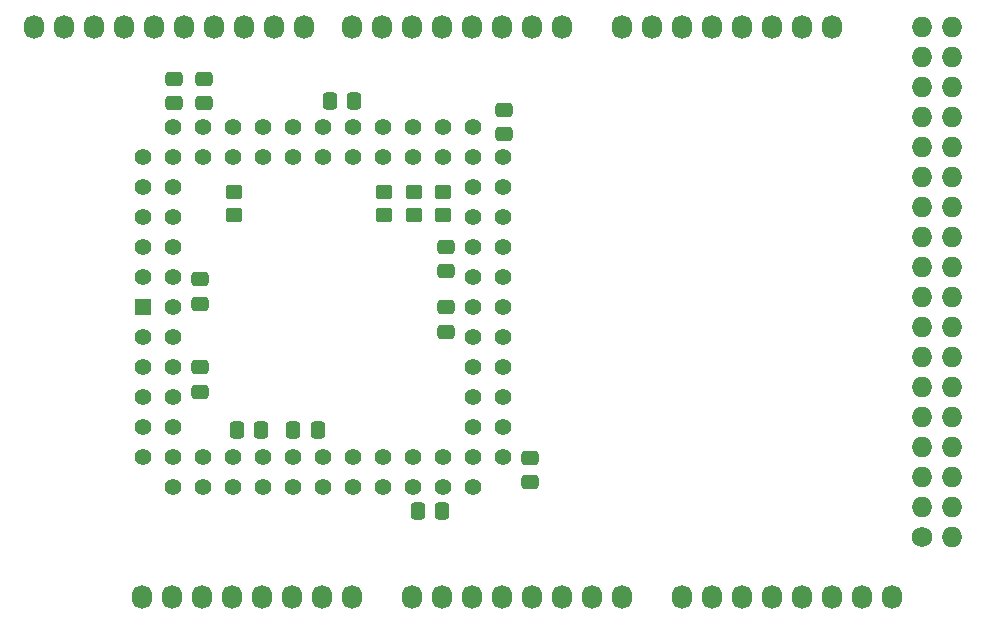
<source format=gbs>
%TF.GenerationSoftware,KiCad,Pcbnew,6.0.9*%
%TF.CreationDate,2022-12-08T19:51:45-08:00*%
%TF.ProjectId,i960SxProcessorMegaShieldFormFactor,69393630-5378-4507-926f-636573736f72,rev?*%
%TF.SameCoordinates,Original*%
%TF.FileFunction,Soldermask,Bot*%
%TF.FilePolarity,Negative*%
%FSLAX46Y46*%
G04 Gerber Fmt 4.6, Leading zero omitted, Abs format (unit mm)*
G04 Created by KiCad (PCBNEW 6.0.9) date 2022-12-08 19:51:45*
%MOMM*%
%LPD*%
G01*
G04 APERTURE LIST*
G04 Aperture macros list*
%AMRoundRect*
0 Rectangle with rounded corners*
0 $1 Rounding radius*
0 $2 $3 $4 $5 $6 $7 $8 $9 X,Y pos of 4 corners*
0 Add a 4 corners polygon primitive as box body*
4,1,4,$2,$3,$4,$5,$6,$7,$8,$9,$2,$3,0*
0 Add four circle primitives for the rounded corners*
1,1,$1+$1,$2,$3*
1,1,$1+$1,$4,$5*
1,1,$1+$1,$6,$7*
1,1,$1+$1,$8,$9*
0 Add four rect primitives between the rounded corners*
20,1,$1+$1,$2,$3,$4,$5,0*
20,1,$1+$1,$4,$5,$6,$7,0*
20,1,$1+$1,$6,$7,$8,$9,0*
20,1,$1+$1,$8,$9,$2,$3,0*%
G04 Aperture macros list end*
%ADD10C,1.727200*%
%ADD11O,1.727200X1.727200*%
%ADD12O,1.727200X2.032000*%
%ADD13R,1.422400X1.422400*%
%ADD14C,1.422400*%
%ADD15RoundRect,0.250000X-0.337500X-0.475000X0.337500X-0.475000X0.337500X0.475000X-0.337500X0.475000X0*%
%ADD16RoundRect,0.250000X-0.475000X0.337500X-0.475000X-0.337500X0.475000X-0.337500X0.475000X0.337500X0*%
%ADD17RoundRect,0.250000X0.475000X-0.337500X0.475000X0.337500X-0.475000X0.337500X-0.475000X-0.337500X0*%
%ADD18RoundRect,0.250000X0.337500X0.475000X-0.337500X0.475000X-0.337500X-0.475000X0.337500X-0.475000X0*%
%ADD19RoundRect,0.250000X-0.450000X0.350000X-0.450000X-0.350000X0.450000X-0.350000X0.450000X0.350000X0*%
%ADD20RoundRect,0.250000X0.450000X-0.350000X0.450000X0.350000X-0.450000X0.350000X-0.450000X-0.350000X0*%
G04 APERTURE END LIST*
D10*
X197358000Y-114046000D03*
D11*
X199898000Y-114046000D03*
X197358000Y-111506000D03*
X199898000Y-111506000D03*
X197358000Y-108966000D03*
X199898000Y-108966000D03*
X197358000Y-106426000D03*
X199898000Y-106426000D03*
X197358000Y-103886000D03*
X199898000Y-103886000D03*
X197358000Y-101346000D03*
X199898000Y-101346000D03*
X197358000Y-98806000D03*
X199898000Y-98806000D03*
X197358000Y-96266000D03*
X199898000Y-96266000D03*
X197358000Y-93726000D03*
X199898000Y-93726000D03*
X197358000Y-91186000D03*
X199898000Y-91186000D03*
X197358000Y-88646000D03*
X199898000Y-88646000D03*
X197358000Y-86106000D03*
X199898000Y-86106000D03*
X197358000Y-83566000D03*
X199898000Y-83566000D03*
X197358000Y-81026000D03*
X199898000Y-81026000D03*
X197358000Y-78486000D03*
X199898000Y-78486000D03*
X197358000Y-75946000D03*
X199898000Y-75946000D03*
X197358000Y-73406000D03*
X199898000Y-73406000D03*
X197358000Y-70866000D03*
X199898000Y-70866000D03*
D12*
X131318000Y-119126000D03*
X133858000Y-119126000D03*
X136398000Y-119126000D03*
X138938000Y-119126000D03*
X141478000Y-119126000D03*
X144018000Y-119126000D03*
X146558000Y-119126000D03*
X149098000Y-119126000D03*
X154178000Y-119126000D03*
X156718000Y-119126000D03*
X159258000Y-119126000D03*
X161798000Y-119126000D03*
X164338000Y-119126000D03*
X166878000Y-119126000D03*
X169418000Y-119126000D03*
X171958000Y-119126000D03*
X177038000Y-119126000D03*
X179578000Y-119126000D03*
X182118000Y-119126000D03*
X184658000Y-119126000D03*
X187198000Y-119126000D03*
X189738000Y-119126000D03*
X192278000Y-119126000D03*
X194818000Y-119126000D03*
X122174000Y-70866000D03*
X124714000Y-70866000D03*
X127254000Y-70866000D03*
X129794000Y-70866000D03*
X132334000Y-70866000D03*
X134874000Y-70866000D03*
X137414000Y-70866000D03*
X139954000Y-70866000D03*
X142494000Y-70866000D03*
X145034000Y-70866000D03*
X149098000Y-70866000D03*
X151638000Y-70866000D03*
X154178000Y-70866000D03*
X156718000Y-70866000D03*
X159258000Y-70866000D03*
X161798000Y-70866000D03*
X164338000Y-70866000D03*
X166878000Y-70866000D03*
X171958000Y-70866000D03*
X174498000Y-70866000D03*
X177038000Y-70866000D03*
X179578000Y-70866000D03*
X182118000Y-70866000D03*
X184658000Y-70866000D03*
X187198000Y-70866000D03*
X189738000Y-70866000D03*
D13*
X131470401Y-94589599D03*
D14*
X134010401Y-94589599D03*
X131470401Y-97129599D03*
X134010401Y-97129599D03*
X131470401Y-99669599D03*
X134010401Y-99669599D03*
X131470401Y-102209599D03*
X134010401Y-102209599D03*
X131470401Y-104749599D03*
X134010401Y-104749599D03*
X131470401Y-107289599D03*
X134010401Y-109829599D03*
X134010401Y-107289599D03*
X136550401Y-109829599D03*
X136550401Y-107289599D03*
X139090401Y-109829599D03*
X139090401Y-107289599D03*
X141630401Y-109829599D03*
X141630401Y-107289599D03*
X144170401Y-109829599D03*
X144170401Y-107289599D03*
X146710401Y-109829599D03*
X146710401Y-107289599D03*
X149250401Y-109829599D03*
X149250401Y-107289599D03*
X151790401Y-109829599D03*
X151790401Y-107289599D03*
X154330401Y-109829599D03*
X154330401Y-107289599D03*
X156870401Y-109829599D03*
X156870401Y-107289599D03*
X159410401Y-109829599D03*
X161950401Y-107289599D03*
X159410401Y-107289599D03*
X161950401Y-104749599D03*
X159410401Y-104749599D03*
X161950401Y-102209599D03*
X159410401Y-102209599D03*
X161950401Y-99669599D03*
X159410401Y-99669599D03*
X161950401Y-97129599D03*
X159410401Y-97129599D03*
X161950401Y-94589599D03*
X159410401Y-94589599D03*
X161950401Y-92049599D03*
X159410401Y-92049599D03*
X161950401Y-89509599D03*
X159410401Y-89509599D03*
X161950401Y-86969599D03*
X159410401Y-86969599D03*
X161950401Y-84429599D03*
X159410401Y-84429599D03*
X161950401Y-81889599D03*
X159410401Y-79349599D03*
X159410401Y-81889599D03*
X156870401Y-79349599D03*
X156870401Y-81889599D03*
X154330401Y-79349599D03*
X154330401Y-81889599D03*
X151790401Y-79349599D03*
X151790401Y-81889599D03*
X149250401Y-79349599D03*
X149250401Y-81889599D03*
X146710401Y-79349599D03*
X146710401Y-81889599D03*
X144170401Y-79349599D03*
X144170401Y-81889599D03*
X141630401Y-79349599D03*
X141630401Y-81889599D03*
X139090401Y-79349599D03*
X139090401Y-81889599D03*
X136550401Y-79349599D03*
X136550401Y-81889599D03*
X134010401Y-79349599D03*
X131470401Y-81889599D03*
X134010401Y-81889599D03*
X131470401Y-84429599D03*
X134010401Y-84429599D03*
X131470401Y-86969599D03*
X134010401Y-86969599D03*
X131470401Y-89509599D03*
X134010401Y-89509599D03*
X131470401Y-92049599D03*
X134010401Y-92049599D03*
D15*
X139373701Y-104983279D03*
X141448701Y-104983279D03*
D16*
X164183061Y-109416759D03*
X164183061Y-107341759D03*
D15*
X156762361Y-111831119D03*
X154687361Y-111831119D03*
D16*
X136245601Y-99678579D03*
X136245601Y-101753579D03*
D17*
X161973261Y-79947679D03*
X161973261Y-77872679D03*
D15*
X144148901Y-104932479D03*
X146223901Y-104932479D03*
D16*
X134015481Y-75218379D03*
X134015481Y-77293379D03*
D18*
X149302381Y-77147419D03*
X147227381Y-77147419D03*
D17*
X157073601Y-91542779D03*
X157073601Y-89467779D03*
D19*
X139113261Y-86788499D03*
X139113261Y-84788499D03*
D17*
X136296401Y-94285979D03*
X136296401Y-92210979D03*
D16*
X136583421Y-77293379D03*
X136583421Y-75218379D03*
D20*
X151815801Y-86788499D03*
X151815801Y-84788499D03*
X154350721Y-86788499D03*
X154350721Y-84788499D03*
X156867861Y-86788499D03*
X156867861Y-84788499D03*
D16*
X157073601Y-94598579D03*
X157073601Y-96673579D03*
M02*

</source>
